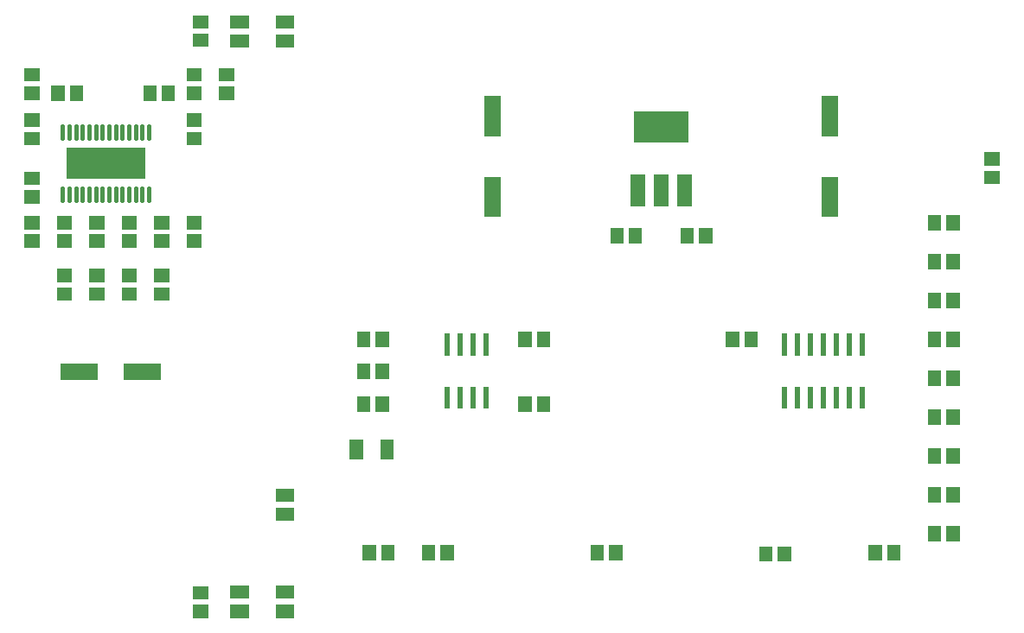
<source format=gbr>
G04 start of page 9 for group -4015 idx -4015 *
G04 Title: (unknown), toppaste *
G04 Creator: pcb 4.0.2 *
G04 CreationDate: Wed Apr  1 14:15:11 2020 UTC *
G04 For: shyam *
G04 Format: Gerber/RS-274X *
G04 PCB-Dimensions (mil): 4100.00 2500.00 *
G04 PCB-Coordinate-Origin: lower left *
%MOIN*%
%FSLAX25Y25*%
%LNTOPPASTE*%
%ADD137C,0.0177*%
%ADD136C,0.0001*%
G54D136*G36*
X377559Y57952D02*X372441D01*
Y52048D01*
X377559D01*
Y57952D01*
G37*
G36*
X370473D02*X365355D01*
Y52048D01*
X370473D01*
Y57952D01*
G37*
G36*
Y162952D02*X365355D01*
Y157048D01*
X370473D01*
Y162952D01*
G37*
G36*
X377559D02*X372441D01*
Y157048D01*
X377559D01*
Y162952D01*
G37*
G36*
X370473Y72952D02*X365355D01*
Y67048D01*
X370473D01*
Y72952D01*
G37*
G36*
X377559D02*X372441D01*
Y67048D01*
X377559D01*
Y72952D01*
G37*
G36*
Y102952D02*X372441D01*
Y97048D01*
X377559D01*
Y102952D01*
G37*
G36*
X370473D02*X365355D01*
Y97048D01*
X370473D01*
Y102952D01*
G37*
G36*
X377559Y87952D02*X372441D01*
Y82048D01*
X377559D01*
Y87952D01*
G37*
G36*
X370473D02*X365355D01*
Y82048D01*
X370473D01*
Y87952D01*
G37*
G36*
X377559Y117952D02*X372441D01*
Y112048D01*
X377559D01*
Y117952D01*
G37*
G36*
X370473D02*X365355D01*
Y112048D01*
X370473D01*
Y117952D01*
G37*
G36*
X377559Y42952D02*X372441D01*
Y37048D01*
X377559D01*
Y42952D01*
G37*
G36*
X370473D02*X365355D01*
Y37048D01*
X370473D01*
Y42952D01*
G37*
G36*
X377559Y147952D02*X372441D01*
Y142048D01*
X377559D01*
Y147952D01*
G37*
G36*
X370473D02*X365355D01*
Y142048D01*
X370473D01*
Y147952D01*
G37*
G36*
X347559Y35452D02*X342441D01*
Y29548D01*
X347559D01*
Y35452D01*
G37*
G36*
X354645D02*X349527D01*
Y29548D01*
X354645D01*
Y35452D01*
G37*
G36*
X182559D02*X177441D01*
Y29548D01*
X182559D01*
Y35452D01*
G37*
G36*
X175473D02*X170355D01*
Y29548D01*
X175473D01*
Y35452D01*
G37*
G36*
X240473D02*X235355D01*
Y29548D01*
X240473D01*
Y35452D01*
G37*
G36*
X247559D02*X242441D01*
Y29548D01*
X247559D01*
Y35452D01*
G37*
G36*
X157559Y92952D02*X152441D01*
Y87048D01*
X157559D01*
Y92952D01*
G37*
G36*
X150473D02*X145355D01*
Y87048D01*
X150473D01*
Y92952D01*
G37*
G36*
X113950Y50050D02*Y44950D01*
X121050D01*
Y50050D01*
X113950D01*
G37*
G36*
Y57450D02*Y52350D01*
X121050D01*
Y57450D01*
X113950D01*
G37*
G36*
X212559Y92952D02*X207441D01*
Y87048D01*
X212559D01*
Y92952D01*
G37*
G36*
X219645D02*X214527D01*
Y87048D01*
X219645D01*
Y92952D01*
G37*
G36*
X150473Y105452D02*X145355D01*
Y99548D01*
X150473D01*
Y105452D01*
G37*
G36*
X157559D02*X152441D01*
Y99548D01*
X157559D01*
Y105452D01*
G37*
G36*
X377559Y132952D02*X372441D01*
Y127048D01*
X377559D01*
Y132952D01*
G37*
G36*
X370473D02*X365355D01*
Y127048D01*
X370473D01*
Y132952D01*
G37*
G36*
X311000Y96750D02*X309000D01*
Y88250D01*
X311000D01*
Y96750D01*
G37*
G36*
X316000D02*X314000D01*
Y88250D01*
X316000D01*
Y96750D01*
G37*
G36*
X321000D02*X319000D01*
Y88250D01*
X321000D01*
Y96750D01*
G37*
G36*
X326000D02*X324000D01*
Y88250D01*
X326000D01*
Y96750D01*
G37*
G36*
X331000D02*X329000D01*
Y88250D01*
X331000D01*
Y96750D01*
G37*
G36*
X336000D02*X334000D01*
Y88250D01*
X336000D01*
Y96750D01*
G37*
G36*
X341000D02*X339000D01*
Y88250D01*
X341000D01*
Y96750D01*
G37*
G36*
Y117250D02*X339000D01*
Y108750D01*
X341000D01*
Y117250D01*
G37*
G36*
X336000D02*X334000D01*
Y108750D01*
X336000D01*
Y117250D01*
G37*
G36*
X331000D02*X329000D01*
Y108750D01*
X331000D01*
Y117250D01*
G37*
G36*
X326000D02*X324000D01*
Y108750D01*
X326000D01*
Y117250D01*
G37*
G36*
X321000D02*X319000D01*
Y108750D01*
X321000D01*
Y117250D01*
G37*
G36*
X316000D02*X314000D01*
Y108750D01*
X316000D01*
Y117250D01*
G37*
G36*
X311000D02*X309000D01*
Y108750D01*
X311000D01*
Y117250D01*
G37*
G36*
X150473Y117952D02*X145355D01*
Y112048D01*
X150473D01*
Y117952D01*
G37*
G36*
X157559D02*X152441D01*
Y112048D01*
X157559D01*
Y117952D01*
G37*
G36*
X147559Y76240D02*X142441D01*
Y68760D01*
X147559D01*
Y76240D01*
G37*
G36*
X159369D02*X154251D01*
Y68760D01*
X159369D01*
Y76240D01*
G37*
G36*
X219645Y117952D02*X214527D01*
Y112048D01*
X219645D01*
Y117952D01*
G37*
G36*
X212559D02*X207441D01*
Y112048D01*
X212559D01*
Y117952D01*
G37*
G36*
X200665Y177692D02*X194335D01*
Y162307D01*
X200665D01*
Y177692D01*
G37*
G36*
Y208793D02*X194335D01*
Y193408D01*
X200665D01*
Y208793D01*
G37*
G36*
X159645Y35452D02*X154527D01*
Y29548D01*
X159645D01*
Y35452D01*
G37*
G36*
X152559D02*X147441D01*
Y29548D01*
X152559D01*
Y35452D01*
G37*
G36*
X96450Y12550D02*Y7450D01*
X103550D01*
Y12550D01*
X96450D01*
G37*
G36*
Y19950D02*Y14850D01*
X103550D01*
Y19950D01*
X96450D01*
G37*
G36*
X82048Y12559D02*Y7441D01*
X87952D01*
Y12559D01*
X82048D01*
G37*
G36*
Y19645D02*Y14527D01*
X87952D01*
Y19645D01*
X82048D01*
G37*
G36*
X255059Y157952D02*X249941D01*
Y152048D01*
X255059D01*
Y157952D01*
G37*
G36*
X247973D02*X242855D01*
Y152048D01*
X247973D01*
Y157952D01*
G37*
G36*
X275059D02*X269941D01*
Y152048D01*
X275059D01*
Y157952D01*
G37*
G36*
X282145D02*X277027D01*
Y152048D01*
X282145D01*
Y157952D01*
G37*
G36*
X67973Y212952D02*X62855D01*
Y207048D01*
X67973D01*
Y212952D01*
G37*
G36*
X75059D02*X69941D01*
Y207048D01*
X75059D01*
Y212952D01*
G37*
G36*
X29548Y162559D02*Y157441D01*
X35452D01*
Y162559D01*
X29548D01*
G37*
G36*
Y155473D02*Y150355D01*
X35452D01*
Y155473D01*
X29548D01*
G37*
G36*
X79548Y162559D02*Y157441D01*
X85452D01*
Y162559D01*
X79548D01*
G37*
G36*
Y155473D02*Y150355D01*
X85452D01*
Y155473D01*
X79548D01*
G37*
G36*
X17048Y195059D02*Y189941D01*
X22952D01*
Y195059D01*
X17048D01*
G37*
G36*
Y202145D02*Y197027D01*
X22952D01*
Y202145D01*
X17048D01*
G37*
G36*
Y155473D02*Y150355D01*
X22952D01*
Y155473D01*
X17048D01*
G37*
G36*
Y162559D02*Y157441D01*
X22952D01*
Y162559D01*
X17048D01*
G37*
G36*
X29548Y135059D02*Y129941D01*
X35452D01*
Y135059D01*
X29548D01*
G37*
G36*
Y142145D02*Y137027D01*
X35452D01*
Y142145D01*
X29548D01*
G37*
G36*
X17048Y219645D02*Y214527D01*
X22952D01*
Y219645D01*
X17048D01*
G37*
G36*
Y212559D02*Y207441D01*
X22952D01*
Y212559D01*
X17048D01*
G37*
G36*
X42048Y162559D02*Y157441D01*
X47952D01*
Y162559D01*
X42048D01*
G37*
G36*
Y155473D02*Y150355D01*
X47952D01*
Y155473D01*
X42048D01*
G37*
G36*
X54548Y135059D02*Y129941D01*
X60452D01*
Y135059D01*
X54548D01*
G37*
G36*
Y142145D02*Y137027D01*
X60452D01*
Y142145D01*
X54548D01*
G37*
G36*
Y162559D02*Y157441D01*
X60452D01*
Y162559D01*
X54548D01*
G37*
G36*
Y155473D02*Y150355D01*
X60452D01*
Y155473D01*
X54548D01*
G37*
G36*
X67048Y135059D02*Y129941D01*
X72952D01*
Y135059D01*
X67048D01*
G37*
G36*
Y142145D02*Y137027D01*
X72952D01*
Y142145D01*
X67048D01*
G37*
G36*
Y162559D02*Y157441D01*
X72952D01*
Y162559D01*
X67048D01*
G37*
G36*
Y155473D02*Y150355D01*
X72952D01*
Y155473D01*
X67048D01*
G37*
G36*
X42048Y135059D02*Y129941D01*
X47952D01*
Y135059D01*
X42048D01*
G37*
G36*
Y142145D02*Y137027D01*
X47952D01*
Y142145D01*
X42048D01*
G37*
G36*
X17048Y179645D02*Y174527D01*
X22952D01*
Y179645D01*
X17048D01*
G37*
G36*
Y172559D02*Y167441D01*
X22952D01*
Y172559D01*
X17048D01*
G37*
G36*
X92048Y219645D02*Y214527D01*
X97952D01*
Y219645D01*
X92048D01*
G37*
G36*
Y212559D02*Y207441D01*
X97952D01*
Y212559D01*
X92048D01*
G37*
G36*
X79548Y219645D02*Y214527D01*
X85452D01*
Y219645D01*
X79548D01*
G37*
G36*
Y212559D02*Y207441D01*
X85452D01*
Y212559D01*
X79548D01*
G37*
G36*
X32559Y212952D02*X27441D01*
Y207048D01*
X32559D01*
Y212952D01*
G37*
G36*
X39645D02*X34527D01*
Y207048D01*
X39645D01*
Y212952D01*
G37*
G36*
X79548Y202145D02*Y197027D01*
X85452D01*
Y202145D01*
X79548D01*
G37*
G36*
Y195059D02*Y189941D01*
X85452D01*
Y195059D01*
X79548D01*
G37*
G36*
X55398Y105665D02*Y99335D01*
X69602D01*
Y105665D01*
X55398D01*
G37*
G36*
X30990D02*Y99335D01*
X45194D01*
Y105665D01*
X30990D01*
G37*
G36*
X330665Y177692D02*X324335D01*
Y162307D01*
X330665D01*
Y177692D01*
G37*
G36*
Y208793D02*X324335D01*
Y193408D01*
X330665D01*
Y208793D01*
G37*
G36*
X256300Y178600D02*X250700D01*
Y166400D01*
X256300D01*
Y178600D01*
G37*
G36*
X265300D02*X259700D01*
Y166400D01*
X265300D01*
Y178600D01*
G37*
G36*
X274400D02*X268800D01*
Y166400D01*
X274400D01*
Y178600D01*
G37*
G36*
X251900Y203000D02*Y190800D01*
X273100D01*
Y203000D01*
X251900D01*
G37*
G36*
X33171Y189095D02*Y176891D01*
X63563D01*
Y189095D01*
X33171D01*
G37*
G54D137*X65000Y173249D02*Y168722D01*
X62441Y173249D02*Y168722D01*
X59882Y173249D02*Y168722D01*
X57323Y173249D02*Y168722D01*
X54764Y173249D02*Y168722D01*
X52205Y173249D02*Y168722D01*
X49646Y173249D02*Y168722D01*
X47088Y173249D02*Y168722D01*
X44529Y173249D02*Y168722D01*
X41970Y173249D02*Y168722D01*
X39411Y173249D02*Y168722D01*
X36852Y173249D02*Y168722D01*
X34293Y173249D02*Y168722D01*
X31734Y173249D02*Y168722D01*
Y197264D02*Y192737D01*
X34293Y197264D02*Y192737D01*
X36852Y197264D02*Y192737D01*
X39411Y197264D02*Y192737D01*
X41970Y197264D02*Y192737D01*
X44529Y197264D02*Y192737D01*
X47088Y197264D02*Y192737D01*
X49646Y197264D02*Y192737D01*
X52205Y197264D02*Y192737D01*
X54764Y197264D02*Y192737D01*
X57323Y197264D02*Y192737D01*
X59882Y197264D02*Y192737D01*
X62441Y197264D02*Y192737D01*
X65000Y197264D02*Y192737D01*
G54D136*G36*
X113950Y12550D02*Y7450D01*
X121050D01*
Y12550D01*
X113950D01*
G37*
G36*
Y19950D02*Y14850D01*
X121050D01*
Y19950D01*
X113950D01*
G37*
G36*
Y232650D02*Y227550D01*
X121050D01*
Y232650D01*
X113950D01*
G37*
G36*
Y240050D02*Y234950D01*
X121050D01*
Y240050D01*
X113950D01*
G37*
G36*
X96450Y232650D02*Y227550D01*
X103550D01*
Y232650D01*
X96450D01*
G37*
G36*
Y240050D02*Y234950D01*
X103550D01*
Y240050D01*
X96450D01*
G37*
G36*
X82048Y240059D02*Y234941D01*
X87952D01*
Y240059D01*
X82048D01*
G37*
G36*
Y232973D02*Y227855D01*
X87952D01*
Y232973D01*
X82048D01*
G37*
G36*
X292559Y117952D02*X287441D01*
Y112048D01*
X292559D01*
Y117952D01*
G37*
G36*
X299645D02*X294527D01*
Y112048D01*
X299645D01*
Y117952D01*
G37*
G36*
X305473Y35059D02*X300355D01*
Y29155D01*
X305473D01*
Y35059D01*
G37*
G36*
X312559D02*X307441D01*
Y29155D01*
X312559D01*
Y35059D01*
G37*
G36*
X181000Y96750D02*X179000D01*
Y88250D01*
X181000D01*
Y96750D01*
G37*
G36*
X186000D02*X184000D01*
Y88250D01*
X186000D01*
Y96750D01*
G37*
G36*
X191000D02*X189000D01*
Y88250D01*
X191000D01*
Y96750D01*
G37*
G36*
X196000D02*X194000D01*
Y88250D01*
X196000D01*
Y96750D01*
G37*
G36*
Y117250D02*X194000D01*
Y108750D01*
X196000D01*
Y117250D01*
G37*
G36*
X191000D02*X189000D01*
Y108750D01*
X191000D01*
Y117250D01*
G37*
G36*
X186000D02*X184000D01*
Y108750D01*
X186000D01*
Y117250D01*
G37*
G36*
X181000D02*X179000D01*
Y108750D01*
X181000D01*
Y117250D01*
G37*
G36*
X387048Y180059D02*Y174941D01*
X392952D01*
Y180059D01*
X387048D01*
G37*
G36*
Y187145D02*Y182027D01*
X392952D01*
Y187145D01*
X387048D01*
G37*
M02*

</source>
